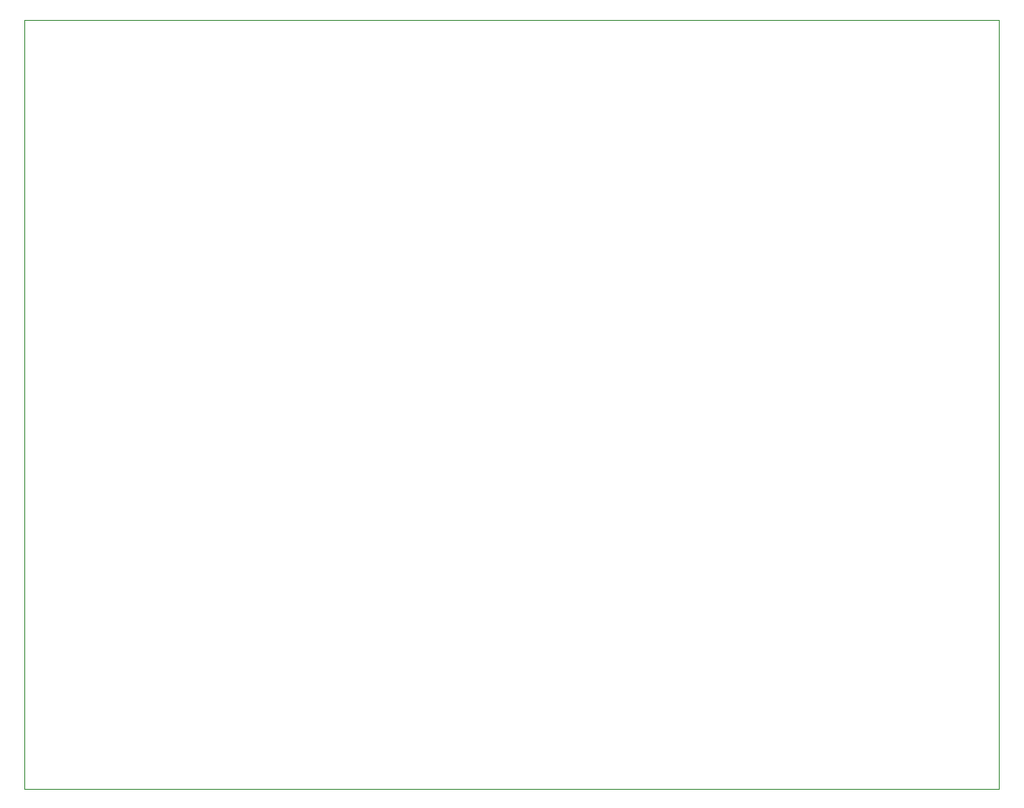
<source format=gbr>
%TF.GenerationSoftware,KiCad,Pcbnew,9.0.7-1.fc42*%
%TF.CreationDate,2026-02-03T17:14:13+01:00*%
%TF.ProjectId,air_sensor,6169725f-7365-46e7-936f-722e6b696361,rev?*%
%TF.SameCoordinates,Original*%
%TF.FileFunction,Profile,NP*%
%FSLAX46Y46*%
G04 Gerber Fmt 4.6, Leading zero omitted, Abs format (unit mm)*
G04 Created by KiCad (PCBNEW 9.0.7-1.fc42) date 2026-02-03 17:14:13*
%MOMM*%
%LPD*%
G01*
G04 APERTURE LIST*
%TA.AperFunction,Profile*%
%ADD10C,0.050000*%
%TD*%
G04 APERTURE END LIST*
D10*
X112000000Y-66000000D02*
X207000000Y-66000000D01*
X207000000Y-141000000D01*
X112000000Y-141000000D01*
X112000000Y-66000000D01*
M02*

</source>
